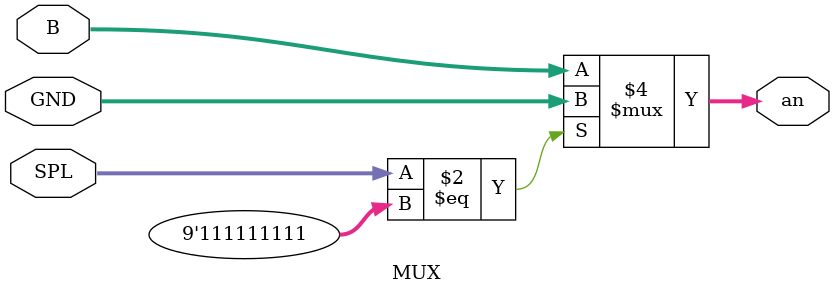
<source format=sv>
`timescale 1ns / 1ps



module MUX(
    input [15:0] GND,
    input [15:0] B,
    input [8:0] SPL,
    output logic [15:0] an
    );


    always_comb begin
     if (SPL == 9'b111111111) begin;
        an = GND;
        end    
     else begin;
        an = B;
        end
    end
    
endmodule
</source>
